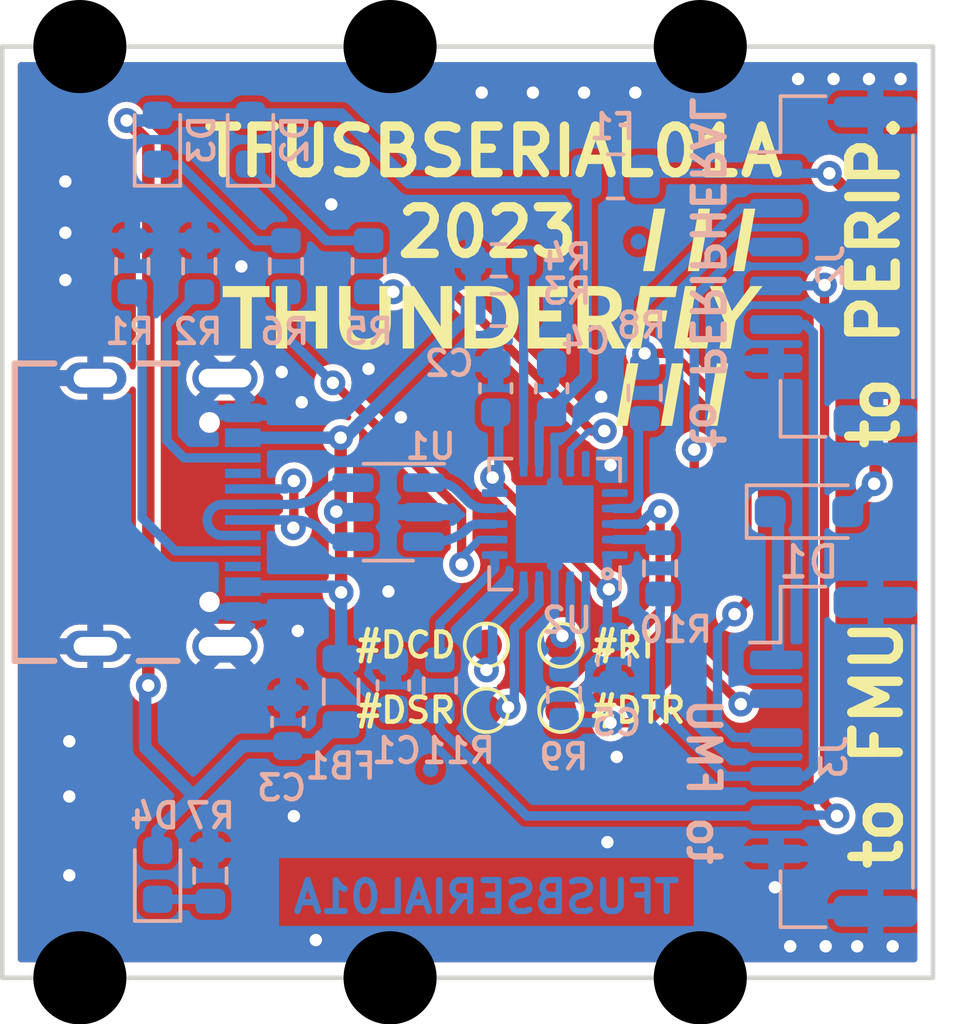
<source format=kicad_pcb>
(kicad_pcb (version 20221018) (generator pcbnew)
  (title_block (title "NAME") (date "%d. %m. %Y") (rev "REV") (company "Mlab www.mlab.cz") (comment 1 "VERSION") (comment 2 "Short description\\nTwo lines are maximum") (comment 3 "nickname <email@example.com>"))
  (layers (0 "F.Cu" signal) (31 "B.Cu" signal) (34 "B.Paste" user) (36 "B.SilkS" user "B.Silkscreen") (37 "F.SilkS" user "F.Silkscreen") (38 "B.Mask" user) (39 "F.Mask" user) (44 "Edge.Cuts" user))
  (net 0 "")
  (net 1 "GND")
  (net 2 "Net-(D1-K)")
  (net 3 "Net-(U2-3V3OUT)")
  (net 4 "Net-(D1-A)")
  (net 5 "/VBUS")
  (net 6 "Net-(D2-K)")
  (net 7 "/D+")
  (net 8 "/D-")
  (net 9 "Net-(D3-K)")
  (net 10 "Net-(J1-CC1)")
  (net 12 "/TXD")
  (net 13 "/RXD")
  (net 14 "/#RTS")
  (net 15 "/#CTS")
  (net 16 "/RXLED{slash}CBUS1")
  (net 17 "/TXLED{slash}CBUS2")
  (net 18 "/DM")
  (net 19 "/DP")
  (net 20 "Net-(J1-CC2)")
  (net 22 "Net-(U2-~{RESET})")
  (net 23 "Net-(U2-TXD)")
  (net 24 "Net-(U2-RXD)")
  (net 25 "Net-(U2-~{RTS})")
  (net 28 "+5V")
  (net 29 "Net-(U2-~{CTS})")
  (net 30 "Net-(D4-K)")
  (net 31 "Net-(U2-~{RI})")
  (net 32 "Net-(U2-~{DSR})")
  (net 33 "Net-(U2-~{DCD})")
  (net 34 "Net-(U2-~{DTR})")
  (footprint "TestPoint:TestPoint_Pad_D1.0mm" (layer "F.Cu") (at 151.2 104.6)
    (fp_text reference "TP3" hide)
    (fp_text value "#DCD")
  )
  (footprint "TestPoint:TestPoint_Pad_D1.0mm" (layer "F.Cu") (at 153.6 106.7)
    (fp_text reference "TP1" hide)
    (fp_text value "#DTR")
  )
  (footprint "Mlab_Mechanical:dira_3mm" (layer "F.Cu") (at 148.094 85.317)
    (fp_text reference "M6" hide)
    (fp_text value "HOLE_TF" hide)
  )
  (footprint "Mlab_Mechanical:dira_3mm" (layer "F.Cu") (at 158.094 115.317)
    (fp_text reference "M2" hide)
    (fp_text value "HOLE_TF" hide)
  )
  (footprint "TestPoint:TestPoint_Pad_D1.0mm" (layer "F.Cu") (at 153.6 104.6)
    (fp_text reference "TP4" hide)
    (fp_text value "#RI")
  )
  (footprint "Mlab_Mechanical:dira_3mm" (layer "F.Cu") (at 138.094 115.317)
    (fp_text reference "M1" hide)
    (fp_text value "HOLE_TF" hide)
  )
  (footprint "Mlab_Mechanical:dira_3mm" (layer "F.Cu") (at 158.094 85.317)
    (fp_text reference "M5" hide)
    (fp_text value "HOLE_TF" hide)
  )
  (footprint "Mlab_Mechanical:dira_3mm" (layer "F.Cu") (at 148.094 115.317)
    (fp_text reference "M4" hide)
    (fp_text value "HOLE_TF" hide)
  )
  (footprint "Mlab_Mechanical:dira_3mm" (layer "F.Cu") (at 138.094 85.317)
    (fp_text reference "M3" hide)
    (fp_text value "HOLE_TF" hide)
  )
  (footprint "TestPoint:TestPoint_Pad_D1.0mm" (layer "F.Cu") (at 151.2 106.7)
    (fp_text reference "TP2" hide)
    (fp_text value "#DSR")
  )
  (footprint "Diode_SMD:D_SOD-323_HandSoldering" (layer "B.Cu") (at 161.6 100.3)
    (fp_text reference "D1")
    (fp_text value "SRL23")
  )
  (footprint "LED_SMD:LED_0603_1608Metric" (layer "B.Cu") (at 140.594 88.317 90)
    (fp_text reference "D3")
    (fp_text value "GREEN")
  )
  (footprint "Capacitor_SMD:C_0603_1608Metric" (layer "B.Cu") (at 155.3 105.1 -90)
    (fp_text reference "C5")
    (fp_text value "100nF")
  )
  (footprint "LED_SMD:LED_0603_1608Metric" (layer "B.Cu") (at 140.6 112 90)
    (fp_text reference "D4")
    (fp_text value "GREEN")
  )
  (footprint "Resistor_SMD:R_0603_1608Metric" (layer "B.Cu") (at 147.405 92.393 -90)
    (fp_text reference "R5")
    (fp_text value "287R")
  )
  (footprint "Resistor_SMD:R_0603_1608Metric" (layer "B.Cu") (at 144.738 92.394 -90)
    (fp_text reference "R6")
    (fp_text value "130R")
  )
  (footprint "Capacitor_SMD:C_0603_1608Metric" (layer "B.Cu") (at 151.5 96.325 90)
    (fp_text reference "C2")
    (fp_text value "100nF")
  )
  (footprint "Resistor_SMD:R_0603_1608Metric" (layer "B.Cu") (at 142.3 112.025 90)
    (fp_text reference "R7")
    (fp_text value "130R")
  )
  (footprint "Inductor_SMD:L_0805_2012Metric" (layer "B.Cu") (at 146.516 106.1 -90)
    (fp_text reference "FB1")
    (fp_text value "BLM21PG300SN1D")
  )
  (footprint "Connector_JST:JST_GH_SM06B-GHS-TB_1x06-1MP_P1.25mm_Horizontal" (layer "B.Cu") (at 162.391 92.4 -90)
    (fp_text reference "J2")
    (fp_text value "SM06B-GHS-TB")
  )
  (footprint "Package_DFN_QFN:QFN-20-1EP_4x4mm_P0.5mm_EP2.5x2.5mm" (layer "B.Cu") (at 153.4 100.7 90)
    (fp_text reference "U2")
    (fp_text value "FT231XQ")
  )
  (footprint "Resistor_SMD:R_0603_1608Metric" (layer "B.Cu") (at 153.7 106.2 -90)
    (fp_text reference "R9")
    (fp_text value "100R")
  )
  (footprint "Resistor_SMD:R_0603_1608Metric" (layer "B.Cu") (at 141.944 92.393 90)
    (fp_text reference "R2")
    (fp_text value "5k1")
  )
  (footprint "Capacitor_SMD:C_0603_1608Metric" (layer "B.Cu") (at 148.2 105.9 90)
    (fp_text reference "C1")
    (fp_text value "10nF")
  )
  (footprint "Capacitor_SMD:C_0603_1608Metric" (layer "B.Cu") (at 144.8 107.075 90)
    (fp_text reference "C3")
    (fp_text value "10uF")
  )
  (footprint "Mlab_CON:USBC GCT_USB4105-GF-A" (layer "B.Cu") (at 138.5912 100.317 90)
    (fp_text reference "J1" hide)
    (fp_text value "USBC_USB4105-GF-A" hide)
  )
  (footprint "Package_TO_SOT_SMD:SOT-23-6" (layer "B.Cu") (at 148.0375 100.317 180)
    (fp_text reference "U1")
    (fp_text value "USBLC6-2SC6")
  )
  (footprint "Fuse:Fuse_0805_2012Metric" (layer "B.Cu") (at 155.3625 89.5)
    (fp_text reference "F1")
    (fp_text value "350mA")
  )
  (footprint "Resistor_SMD:R_0603_1608Metric" (layer "B.Cu") (at 156.8 102.125 -90)
    (fp_text reference "R10")
    (fp_text value "100R")
  )
  (footprint "Resistor_SMD:R_0603_1608Metric" (layer "B.Cu") (at 139.785 92.393 90)
    (fp_text reference "R1")
    (fp_text value "5k1")
  )
  (footprint "Resistor_SMD:R_0603_1608Metric" (layer "B.Cu") (at 149.7 105.9 -90)
    (fp_text reference "R11")
    (fp_text value "100R")
  )
  (footprint "Capacitor_SMD:C_0603_1608Metric" (layer "B.Cu") (at 153.3 96.325 90)
    (fp_text reference "C4")
    (fp_text value "100nF")
  )
  (footprint "Resistor_SMD:R_0603_1608Metric" (layer "B.Cu") (at 151.596 93.8)
    (fp_text reference "R3")
    (fp_text value "4k7")
  )
  (footprint "LED_SMD:LED_0603_1608Metric" (layer "B.Cu") (at 143.594 88.317 90)
    (fp_text reference "D2")
    (fp_text value "RED")
  )
  (footprint "Resistor_SMD:R_0603_1608Metric" (layer "B.Cu") (at 156.3 96.475 90)
    (fp_text reference "R8")
    (fp_text value "100R")
  )
  (footprint "Connector_JST:JST_GH_SM06B-GHS-TB_1x06-1MP_P1.25mm_Horizontal" (layer "B.Cu") (at 162.391 108.2 -90)
    (fp_text reference "J3")
    (fp_text value "SM06B-GHS-TB")
  )
  (footprint "Fiducial:Fiducial_0.5mm_Mask1mm" (layer "B.Cu") (at 149.4 108.6 180)
    (fp_text reference "FID1" hide)
    (fp_text value "Fiducial")
  )
  (footprint "Resistor_SMD:R_0603_1608Metric" (layer "B.Cu") (at 151.596 92.203 180)
    (fp_text reference "R4")
    (fp_text value "10k")
  )
  (footprint "Fiducial:Fiducial_0.5mm_Mask1mm" (layer "B.Cu") (at 156.1 91.6 180)
    (fp_text reference "FID2" hide)
    (fp_text value "Fiducial")
  )
  (gr_circle (center 155.1 102.3) (end 155.2 102.4) (stroke (width 0.15)) (fill none) (layer "B.SilkS"))
  (gr_poly (pts (xy 155.746561 97.535119) (xy 155.378577 97.535119) (xy 155.73222 95.522529) (xy 156.100204 95.522529)) (fill solid) (layer "F.SilkS"))
  (gr_poly (pts (xy 158.644224 97.535119) (xy 158.276242 97.535119) (xy 158.629884 95.522529) (xy 158.997919 95.522529)) (fill solid) (layer "F.SilkS"))
  (gr_poly (pts (xy 159.113751 93.837567) (xy 159.711815 93.032547) (xy 160.102816 93.032547) (xy 159.234559 94.153887) (xy 159.076338 95.04512) (xy 158.711267 95.04512) (xy 158.866525 94.153887) (xy 158.866526 94.153887) (xy 158.394985 93.032547) (xy 158.786038 93.032547)) (fill solid) (layer "F.SilkS"))
  (gr_poly (pts (xy 151.281112 93.033018) (xy 151.316323 93.034434) (xy 151.351052 93.036794) (xy 151.385298 93.040097) (xy 151.41906 93.044344) (xy 151.452341 93.049535) (xy 151.485139 93.05567) (xy 151.517454 93.062749) (xy 151.549288 93.070771) (xy 151.580641 93.079737) (xy 151.611512 93.089647) (xy 151.641902 93.100501) (xy 151.671811 93.112299) (xy 151.701239 93.125041) (xy 151.730187 93.138726) (xy 151.758655 93.153355) (xy 151.786476 93.168862) (xy 151.813521 93.185202) (xy 151.839791 93.202373) (xy 151.865286 93.220377) (xy 151.890007 93.239212) (xy 151.913953 93.258878) (xy 151.937124 93.279375) (xy 151.95952 93.300704) (xy 151.981142 93.322863) (xy 152.00199 93.345853) (xy 152.022063 93.369672) (xy 152.041361 93.394322) (xy 152.059886 93.419802) (xy 152.077636 93.446111) (xy 152.094613 93.47325) (xy 152.110815 93.501218) (xy 152.126137 93.52994) (xy 152.140469 93.559313) (xy 152.153814 93.589335) (xy 152.16617 93.620007) (xy 152.177537 93.651329) (xy 152.187916 93.683303) (xy 152.197307 93.715927) (xy 152.205709 93.749202) (xy 152.213122 93.783128) (xy 152.219547 93.817705) (xy 152.224984 93.852934) (xy 152.229432 93.888814) (xy 152.232892 93.925347) (xy 152.235363 93.962531) (xy 152.236846 94.000368) (xy 152.23734 94.038857) (xy 152.236846 94.077337) (xy 152.235363 94.115168) (xy 152.232892 94.152349) (xy 152.229432 94.188881) (xy 152.224984 94.224763) (xy 152.219547 94.259995) (xy 152.213122 94.294576) (xy 152.205709 94.328507) (xy 152.197307 94.361787) (xy 152.187916 94.394415) (xy 152.177537 94.426393) (xy 152.16617 94.457719) (xy 152.153814 94.488392) (xy 152.140469 94.518414) (xy 152.126137 94.547784) (xy 152.110815 94.576501) (xy 152.094613 94.604482) (xy 152.077637 94.63163) (xy 152.059886 94.657946) (xy 152.041362 94.683429) (xy 152.022063 94.708081) (xy 152.00199 94.7319) (xy 151.981143 94.754887) (xy 151.959521 94.777043) (xy 151.937124 94.798367) (xy 151.913953 94.81886) (xy 151.890007 94.838521) (xy 151.865286 94.857351) (xy 151.839791 94.87535) (xy 151.813521 94.892519) (xy 151.786476 94.908857) (xy 151.758655 94.924364) (xy 151.730187 94.938995) (xy 151.701239 94.952681) (xy 151.671811 94.965421) (xy 151.641902 94.977216) (xy 151.611512 94.988067) (xy 151.580641 94.997972) (xy 151.549288 95.006933) (xy 151.517454 95.01495) (xy 151.485139 95.022023) (xy 151.452341 95.028152) (xy 151.41906 95.033338) (xy 151.385298 95.03758) (xy 151.351052 95.040879) (xy 151.316323 95.043235) (xy 151.281112 95.044649) (xy 151.245416 95.04512) (xy 150.492201 95.04512) (xy 150.492201 93.360349) (xy 150.860182 93.360349) (xy 150.860182 94.71737) (xy 151.245416 94.71737) (xy 151.28082 94.716669) (xy 151.315157 94.714565) (xy 151.348428 94.711057) (xy 151.380632 94.706146) (xy 151.411769 94.699832) (xy 151.44184 94.692113) (xy 151.470844 94.68299) (xy 151.498781 94.672462) (xy 151.525652 94.66053) (xy 151.551456 94.647192) (xy 151.576194 94.632449) (xy 151.599865 94.6163) (xy 151.62247 94.598744) (xy 151.644008 94.579783) (xy 151.664479 94.559414) (xy 151.683884 94.537639) (xy 151.702157 94.514641) (xy 151.719253 94.490551) (xy 151.735171 94.46537) (xy 151.749912 94.439098) (xy 151.763474 94.411735) (xy 151.775859 94.383282) (xy 151.787065 94.35374) (xy 151.797092 94.323107) (xy 151.805941 94.291385) (xy 151.813611 94.258574) (xy 151.820101 94.224675) (xy 151.825412 94.189687) (xy 151.829543 94.153611) (xy 151.832494 94.116447) (xy 151.834264 94.078195) (xy 151.834855 94.038857) (xy 151.834264 93.999508) (xy 151.832494 93.961249) (xy 151.829543 93.924079) (xy 151.825412 93.887998) (xy 151.820101 93.853007) (xy 151.813611 93.819105) (xy 151.805941 93.786292) (xy 151.797092 93.754569) (xy 151.787065 93.723936) (xy 151.775859 93.694392) (xy 151.763474 93.665938) (xy 151.749912 93.638574) (xy 151.735171 93.6123) (xy 151.719253 93.587115) (xy 151.702157 93.563021) (xy 151.683884 93.540017) (xy 151.664479 93.518269) (xy 151.644008 93.497923) (xy 151.62247 93.478978) (xy 151.599865 93.461435) (xy 151.576194 93.445294) (xy 151.551456 93.430556) (xy 151.525652 93.41722) (xy 151.498781 93.405286) (xy 151.470844 93.394756) (xy 151.44184 93.385629) (xy 151.411769 93.377905) (xy 151.380632 93.371586) (xy 151.348428 93.36667) (xy 151.315157 93.363158) (xy 151.28082 93.361051) (xy 151.245416 93.360349) (xy 150.860182 93.360349) (xy 150.492201 93.360349) (xy 150.492201 93.032547) (xy 151.245416 93.032547)) (fill solid) (layer "F.SilkS"))
  (gr_poly (pts (xy 156.614393 92.551004) (xy 156.24641 92.551004) (xy 156.6 90.538425) (xy 156.968036 90.538425)) (fill solid) (layer "F.SilkS"))
  (gr_poly (pts (xy 157.680189 94.688637) (xy 158.374772 94.688637) (xy 158.311538 95.04512) (xy 157.248972 95.04512) (xy 157.602667 93.032547) (xy 157.970648 93.032547)) (fill solid) (layer "F.SilkS"))
  (gr_poly (pts (xy 144.779508 93.828947) (xy 145.69949 93.828947) (xy 145.69949 93.032547) (xy 146.067552 93.032547) (xy 146.067552 95.04512) (xy 145.69949 95.04512) (xy 145.69949 94.17398) (xy 144.779508 94.17398) (xy 144.779508 95.04512) (xy 144.411531 95.04512) (xy 144.411531 93.032547) (xy 144.779508 93.032547)) (fill solid) (layer "F.SilkS"))
  (gr_poly (pts (xy 158.05616 92.551004) (xy 157.688124 92.551004) (xy 158.04182 90.538425) (xy 158.409803 90.538425)) (fill solid) (layer "F.SilkS"))
  (gr_poly (pts (xy 157.294267 93.389078) (xy 156.471942 93.389078) (xy 156.394366 93.817475) (xy 157.032649 93.817475) (xy 156.969361 94.17398) (xy 156.331077 94.17398) (xy 156.178731 95.04512) (xy 155.810695 95.04512) (xy 156.16439 93.032547) (xy 157.357502 93.032547)) (fill solid) (layer "F.SilkS"))
  (gr_poly (pts (xy 149.722898 94.33211) (xy 149.722898 93.032547) (xy 150.09088 93.032547) (xy 150.09088 95.04512) (xy 149.788991 95.04512) (xy 148.868981 93.665133) (xy 148.868981 95.04512) (xy 148.500999 95.04512) (xy 148.500999 93.032547) (xy 148.863214 93.032547)) (fill solid) (layer "F.SilkS"))
  (gr_poly (pts (xy 154.91028 93.033148) (xy 154.94892 93.034952) (xy 154.986497 93.037959) (xy 155.023012 93.042169) (xy 155.058462 93.047581) (xy 155.092848 93.054195) (xy 155.126169 93.062012) (xy 155.158424 93.07103) (xy 155.189614 93.08125) (xy 155.219737 93.092672) (xy 155.248793 93.105295) (xy 155.276781 93.119119) (xy 155.303701 93.134145) (xy 155.329553 93.150372) (xy 155.354335 93.167799) (xy 155.378047 93.186428) (xy 155.40051 93.206226) (xy 155.421523 93.227182) (xy 155.441086 93.249296) (xy 155.4592 93.272568) (xy 155.475864 93.296998) (xy 155.491079 93.322586) (xy 155.504844 93.349331) (xy 155.51716 93.377233) (xy 155.528026 93.406292) (xy 155.537443 93.436508) (xy 155.545412 93.467881) (xy 155.551931 93.50041) (xy 155.557002 93.534096) (xy 155.560623 93.568937) (xy 155.562796 93.604935) (xy 155.563521 93.642088) (xy 155.563171 93.668028) (xy 155.562125 93.693373) (xy 155.56038 93.718122) (xy 155.557938 93.742275) (xy 155.554799 93.765833) (xy 155.550964 93.788795) (xy 155.546432 93.811162) (xy 155.541204 93.832933) (xy 155.53528 93.854109) (xy 155.528661 93.874689) (xy 155.521346 93.894674) (xy 155.513337 93.914064) (xy 155.504633 93.932858) (xy 155.495234 93.951058) (xy 155.485142 93.968662) (xy 155.474356 93.985671) (xy 155.462913 94.002168) (xy 155.450888 94.018251) (xy 155.438281 94.033919) (xy 155.425092 94.049173) (xy 155.411321 94.064012) (xy 155.396967 94.078436) (xy 155.382031 94.092444) (xy 155.366512 94.106038) (xy 155.35041 94.119216) (xy 155.333725 94.131979) (xy 155.316457 94.144325) (xy 155.298605 94.156256) (xy 155.28017 94.167771) (xy 155.261151 94.17887) (xy 155.241548 94.189553) (xy 155.221362 94.199819) (xy 155.675651 95.04512) (xy 155.264436 95.04512) (xy 154.876291 94.297593) (xy 154.502595 94.297593) (xy 154.502595 95.04512) (xy 154.134559 95.04512) (xy 154.134559 93.340193) (xy 154.502596 93.340193) (xy 154.502596 93.989972) (xy 154.772788 93.989972) (xy 154.821884 93.988692) (xy 154.867812 93.984849) (xy 154.910572 93.978445) (xy 154.950163 93.969481) (xy 154.96877 93.964038) (xy 154.986586 93.957955) (xy 155.003609 93.951232) (xy 155.019841 93.943869) (xy 155.03528 93.935866) (xy 155.049928 93.927223) (xy 155.063783 93.91794) (xy 155.076847 93.908017) (xy 155.089119 93.897453) (xy 155.100599 93.88625) (xy 155.111287 93.874408) (xy 155.121183 93.861925) (xy 155.130287 93.848803) (xy 155.1386 93.83504) (xy 155.146121 93.820638) (xy 155.15285 93.805597) (xy 155.158787 93.789915) (xy 155.163933 93.773594) (xy 155.168287 93.756634) (xy 155.171849 93.739034) (xy 155.17462 93.720794) (xy 155.176599 93.701915) (xy 155.177786 93.682396) (xy 155.178182 93.662238) (xy 155.177822 93.64277) (xy 155.176744 93.623897) (xy 155.174946 93.60562) (xy 155.172429 93.587939) (xy 155.169194 93.570852) (xy 155.16524 93.554361) (xy 155.160568 93.538465) (xy 155.155177 93.523164) (xy 155.149068 93.508457) (xy 155.142242 93.494345) (xy 155.134698 93.480828) (xy 155.126436 93.467905) (xy 155.117456 93.455575) (xy 155.10776 93.44384) (xy 155.097346 93.432698) (xy 155.086215 93.42215) (xy 155.074266 93.412227) (xy 155.061418 93.402944) (xy 155.04767 93.3943) (xy 155.033024 93.386297) (xy 155.017479 93.378934) (xy 155.001035 93.372211) (xy 154.983693 93.366128) (xy 154.965452 93.360685) (xy 154.946312 93.355882) (xy 154.926274 93.35172) (xy 154.905338 93.348198) (xy 154.883503 93.345316) (xy 154.86077 93.343075) (xy 154.837139 93.341474) (xy 154.81261 93.340513) (xy 154.787183 93.340193) (xy 154.502596 93.340193) (xy 154.134559 93.340193) (xy 154.134559 93.032547) (xy 154.870577 93.032547)) (fill solid) (layer "F.SilkS"))
  (gr_poly (pts (xy 159.513591 92.551004) (xy 159.145608 92.551004) (xy 159.499197 90.538425) (xy 159.867286 90.538425)) (fill solid) (layer "F.SilkS"))
  (gr_poly (pts (xy 146.818514 94.087741) (xy 146.819098 94.139117) (xy 146.820847 94.188288) (xy 146.823764 94.235253) (xy 146.827848 94.280014) (xy 146.8331 94.32257) (xy 146.839519 94.362922) (xy 146.847107 94.401069) (xy 146.855863 94.437013) (xy 146.860786 94.454212) (xy 146.866215 94.470925) (xy 146.872149 94.487154) (xy 146.87859 94.502898) (xy 146.885537 94.518157) (xy 146.89299 94.532933) (xy 146.900949 94.547224) (xy 146.909414 94.561032) (xy 146.918385 94.574357) (xy 146.927862 94.587198) (xy 146.937846 94.599557) (xy 146.948336 94.611433) (xy 146.959333 94.622828) (xy 146.970836 94.63374) (xy 146.982845 94.64417) (xy 146.995362 94.65412) (xy 147.008443 94.663514) (xy 147.022188 94.672303) (xy 147.036597 94.680487) (xy 147.051669 94.688065) (xy 147.067405 94.695038) (xy 147.083806 94.701405) (xy 147.10087 94.707166) (xy 147.118598 94.712322) (xy 147.13699 94.716871) (xy 147.156047 94.720814) (xy 147.175768 94.724151) (xy 147.196153 94.726882) (xy 147.217203 94.729006) (xy 147.238917 94.730523) (xy 147.261296 94.731434) (xy 147.284339 94.731737) (xy 147.307346 94.731434) (xy 147.329694 94.730523) (xy 147.351383 94.729006) (xy 147.372412 94.726882) (xy 147.39278 94.724151) (xy 147.412489 94.720814) (xy 147.431536 94.716871) (xy 147.449922 94.712322) (xy 147.467647 94.707166) (xy 147.484709 94.701405) (xy 147.501109 94.695038) (xy 147.516846 94.688065) (xy 147.53192 94.680487) (xy 147.54633 94.672303) (xy 147.560076 94.663514) (xy 147.573158 94.65412) (xy 147.585666 94.644171) (xy 147.59767 94.63374) (xy 147.60917 94.622828) (xy 147.620165 94.611434) (xy 147.630655 94.599557) (xy 147.640641 94.587198) (xy 147.650121 94.574357) (xy 147.659095 94.561032) (xy 147.667563 94.547224) (xy 147.675525 94.532933) (xy 147.68298 94.518157) (xy 147.689929 94.502898) (xy 147.69637 94.487154) (xy 147.702303 94.470925) (xy 147.707729 94.454212) (xy 147.712646 94.437013) (xy 147.721407 94.401069) (xy 147.728998 94.362922) (xy 147.73542 94.32257) (xy 147.740673 94.280014) (xy 147.744757 94.235254) (xy 147.747674 94.188288) (xy 147.749423 94.139117) (xy 147.750006 94.087741) (xy 147.750006 93.032547) (xy 148.117989 93.032547) (xy 148.117989 94.182621) (xy 148.117169 94.234734) (xy 148.11471 94.285421) (xy 148.110611 94.334683) (xy 148.104874 94.382519) (xy 148.097497 94.428928) (xy 148.088482 94.473912) (xy 148.077828 94.51747) (xy 148.065535 94.559602) (xy 148.051604 94.600309) (xy 148.036035 94.639589) (xy 148.018828 94.677443) (xy 147.999983 94.713871) (xy 147.9795 94.748873) (xy 147.95738 94.782449) (xy 147.933622 94.814599) (xy 147.908227 94.845322) (xy 147.881178 94.874387) (xy 147.852536 94.901576) (xy 147.822301 94.926891) (xy 147.790474 94.950331) (xy 147.757055 94.971895) (xy 147.722043 94.991585) (xy 147.685439 95.009399) (xy 147.647242 95.025339) (xy 147.607453 95.039403) (xy 147.566071 95.051592) (xy 147.523097 95.061906) (xy 147.47853 95.070345) (xy 147.432371 95.076909) (xy 147.38462 95.081597) (xy 147.335276 95.08441) (xy 147.284339 95.085347) (xy 147.233374 95.08441) (xy 147.184005 95.081597) (xy 147.13623 95.076909) (xy 147.090051 95.070345) (xy 147.045467 95.061906) (xy 147.002479 95.051592) (xy 146.961086 95.039403) (xy 146.921289 95.025339) (xy 146.883087 95.009399) (xy 146.846482 94.991585) (xy 146.811472 94.971895) (xy 146.778058 94.950331) (xy 146.74624 94.926891) (xy 146.716018 94.901576) (xy 146.687392 94.874387) (xy 146.660362 94.845322) (xy 146.634948 94.814599) (xy 146.611174 94.782449) (xy 146.58904 94.748873) (xy 146.568546 94.713871) (xy 146.549692 94.677443) (xy 146.532478 94.639589) (xy 146.516904 94.600309) (xy 146.50297 94.559602) (xy 146.490675 94.51747) (xy 146.48002 94.473912) (xy 146.471005 94.428928) (xy 146.463628 94.382519) (xy 146.457892 94.334683) (xy 146.453794 94.285421) (xy 146.451335 94.234734) (xy 146.450516 94.182621) (xy 146.450516 93.032547) (xy 146.818514 93.032547)) (fill solid) (layer "F.SilkS"))
  (gr_poly (pts (xy 144.205135 93.389078) (xy 143.635847 93.389078) (xy 143.635847 95.04512) (xy 143.267827 95.04512) (xy 143.267827 93.389078) (xy 142.69856 93.389078) (xy 142.69856 93.032547) (xy 144.205135 93.032547)) (fill solid) (layer "F.SilkS"))
  (gr_poly (pts (xy 153.814838 93.389078) (xy 152.903454 93.389078) (xy 152.903454 93.817475) (xy 153.610737 93.817475) (xy 153.610737 94.17398) (xy 152.903454 94.17398) (xy 152.903454 94.688637) (xy 153.843677 94.688637) (xy 153.843677 95.04512) (xy 152.526845 95.04512) (xy 152.526845 93.032547) (xy 153.814838 93.032547)) (fill solid) (layer "F.SilkS"))
  (gr_poly (pts (xy 157.188593 97.535119) (xy 156.820609 97.535119) (xy 157.174252 95.522529) (xy 157.542289 95.522529)) (fill solid) (layer "F.SilkS"))
  (gr_line (start 135.594 85.317) (end 135.594 115.317) (stroke (width 0.15)) (layer "Edge.Cuts"))
  (gr_line (start 165.594 115.317) (end 165.594 85.317) (stroke (width 0.15)) (layer "Edge.Cuts"))
  (gr_line (start 135.594 115.317) (end 165.594 115.317) (stroke (width 0.15)) (layer "Edge.Cuts"))
  (gr_line (start 165.594 85.317) (end 135.594 85.317) (stroke (width 0.15)) (layer "Edge.Cuts"))
  (gr_text "TFUSBSERIAL01A\n" (at 151.2 113.3) (layer "B.Cu") (effects (font (size 1 1) (thickness 0.2) bold) (justify bottom mirror)))
  (gr_text "to PERIPHERAL" (at 158.3 92.6 270) (layer "B.SilkS") (effects (font (size 1 1) (thickness 0.2) bold) (justify mirror)))
  (gr_text "to FMU" (at 158.2 109 270) (layer "B.SilkS") (effects (font (size 1 1) (thickness 0.2) bold) (justify mirror)))
  (gr_text "to FMU" (at 163.8 107.8 90) (layer "F.SilkS") (effects (font (size 1.5 1.5) (thickness 0.3))))
  (gr_text "to PERIP." (at 163.7 92.9 90) (layer "F.SilkS") (effects (font (size 1.5 1.5) (thickness 0.3))))
  (gr_text "TFUSBSERIAL01A" (at 151.431077 88.7) (layer "F.SilkS") (effects (font (size 1.5 1.5) (thickness 0.3))))
  (gr_text "2023" (at 151.231077 91.3) (layer "F.SilkS") (effects (font (size 1.5 1.5) (thickness 0.3))))
  (via (at 148.04 102.871) (size 0.8) (drill 0.4) (layers "F.Cu" "B.Cu") (net 1))
  (via (at 151.047 86.8) (size 0.8) (drill 0.4) (layers "F.Cu" "B.Cu") (net 1))
  (via (at 162.391 86.361) (size 0.8) (drill 0.4) (layers "F.Cu" "B.Cu") (net 1))
  (via (at 137.626 89.663) (size 0.8) (drill 0.4) (layers "F.Cu" "B.Cu") (net 1))
  (via (at 160.5 112.4) (size 0.8) (drill 0.4) (layers "F.Cu" "B.Cu") (net 1))
  (via (at 144.6 95.8) (size 0.8) (drill 0.4) (layers "F.Cu" "B.Cu") (net 1))
  (via (at 154.349 86.8) (size 0.8) (drill 0.4) (layers "F.Cu" "B.Cu") (net 1))
  (via (at 163.153 114.301) (size 0.8) (drill 0.4) (layers "F.Cu" "B.Cu") (net 1))
  (via (at 163.534 86.361) (size 0.8) (drill 0.4) (layers "F.Cu" "B.Cu") (net 1))
  (via (at 155.4 108.2) (size 0.8) (drill 0.4) (layers "F.Cu" "B.Cu") (net 1))
  (via (at 137.753 112.015) (size 0.8) (drill 0.4) (layers "F.Cu" "B.Cu") (net 1))
  (via (at 164.55 86.361) (size 0.8) (drill 0.4) (layers "F.Cu" "B.Cu") (net 1))
  (via (at 137.753 107.697) (size 0.8) (drill 0.4) (layers "F.Cu" "B.Cu") (net 1))
  (via (at 145.246 96.775) (size 0.8) (drill 0.4) (layers "F.Cu" "B.Cu") (net 1))
  (via (at 137.626 92.838) (size 0.8) (drill 0.4) (layers "F.Cu" "B.Cu") (net 1))
  (via (at 148.441809 97.259855) (size 0.8) (drill 0.4) (layers "F.Cu" "B.Cu") (net 1))
  (via (at 156 86.8) (size 0.8) (drill 0.4) (layers "F.Cu" "B.Cu") (net 1))
  (via (at 155.1 110.9472) (size 0.8) (drill 0.4) (layers "F.Cu" "B.Cu") (net 1))
  (via (at 145.119 104.141) (size 0.8) (drill 0.4) (layers "F.Cu" "B.Cu") (net 1))
  (via (at 146.2 90.4) (size 0.8) (drill 0.4) (layers "F.Cu" "B.Cu") (net 1))
  (via (at 154.9 96.6) (size 0.8) (drill 0.4) (layers "F.Cu" "B.Cu") (net 1))
  (via (at 160.994 114.301) (size 0.8) (drill 0.4) (layers "F.Cu" "B.Cu") (net 1))
  (via (at 144.992 110.11) (size 0.8) (drill 0.4) (layers "F.Cu" "B.Cu") (net 1))
  (via (at 152.698 86.8) (size 0.8) (drill 0.4) (layers "F.Cu" "B.Cu") (net 1))
  (via (at 137.753 109.475) (size 0.8) (drill 0.4) (layers "F.Cu" "B.Cu") (net 1))
  (via (at 155.2 98.8) (size 0.8) (drill 0.4) (layers "F.Cu" "B.Cu") (net 1))
  (via (at 145.7 114.1) (size 0.8) (drill 0.4) (layers "F.Cu" "B.Cu") (net 1))
  (via (at 137.626 91.314) (size 0.8) (drill 0.4) (layers "F.Cu" "B.Cu") (net 1))
  (via (at 162.137 114.301) (size 0.8) (drill 0.4) (layers "F.Cu" "B.Cu") (net 1))
  (via (at 161.248 86.361) (size 0.8) (drill 0.4) (layers "F.Cu" "B.Cu") (net 1))
  (via (at 164.296 114.301) (size 0.8) (drill 0.4) (layers "F.Cu" "B.Cu") (net 1))
  (via (at 143.3 92.4) (size 0.8) (drill 0.4) (layers "F.Cu" "B.Cu") (net 1))
  (via (at 147.4 95.7) (size 0.8) (drill 0.4) (layers "F.Cu" "B.Cu") (net 1))
  (segment (start 152.9605 101.317) (end 152.9605 101.3895) (width 0.2) (layer "B.Cu") (net 1))
  (segment (start 160.6 104.858) (end 160.6 100.55) (width 0.4) (layer "B.Cu") (net 2))
  (segment (start 160.6 105.016) (end 160.541 105.075) (width 0.5) (layer "B.Cu") (net 2))
  (segment (start 160.6 100.55) (end 160.35 100.3) (width 0.4) (layer "B.Cu") (net 2))
  (segment (start 151.4 99.2) (end 155 102.8) (width 0.3) (layer "F.Cu") (net 3))
  (segment (start 155 102.8) (end 155.1495 102.8) (width 0.3) (layer "F.Cu") (net 3))
  (via (at 151.4 99.2) (size 0.8) (drill 0.4) (layers "F.Cu" "B.Cu") (net 3))
  (via (at 155.1495 102.8) (size 0.8) (drill 0.4) (layers "F.Cu" "B.Cu") (net 3))
  (segment (start 151.6 99.621) (end 151.6 97.2) (width 0.3) (layer "B.Cu") (net 3))
  (segment (start 155.1 101.8) (end 155.1 103.9875) (width 0.3) (layer "B.Cu") (net 3))
  (segment (start 151.4 99.2) (end 151.342 99.142) (width 0.3) (layer "B.Cu") (net 3))
  (segment (start 162.255 89.4) (end 163.748511 90.893511) (width 0.4) (layer "F.Cu") (net 4))
  (segment (start 163.748511 90.893511) (end 163.748511 99.351489) (width 0.4) (layer "F.Cu") (net 4))
  (segment (start 163.748511 99.351489) (end 163.7 99.4) (width 0.4) (layer "F.Cu") (net 4))
  (via (at 162.255 89.4) (size 0.8) (drill 0.4) (layers "F.Cu" "B.Cu") (net 4))
  (via (at 163.7 99.4) (size 0.8) (drill 0.4) (layers "F.Cu" "B.Cu") (net 4))
  (segment (start 162.85 100.25) (end 163.7 99.4) (width 0.5) (layer "B.Cu") (net 4))
  (segment (start 162.255 89.4) (end 156.4 89.4) (width 0.3) (layer "B.Cu") (net 4))
  (segment (start 162.85 100.3) (end 162.85 100.25) (width 0.5) (layer "B.Cu") (net 4))
  (segment (start 156.4 89.4) (end 156.3 89.5) (width 0.3) (layer "B.Cu") (net 4))
  (segment (start 146.35994 100.300014) (end 146.5 100.159954) (width 0.4) (layer "F.Cu") (net 5))
  (segment (start 146.35994 100.300014) (end 146.516 100.456074) (width 0.4) (layer "F.Cu") (net 5))
  (segment (start 146.516 100.456074) (end 146.516 102.9) (width 0.4) (layer "F.Cu") (net 5))
  (segment (start 146.5 100.159954) (end 146.5 97.917) (width 0.4) (layer "F.Cu") (net 5))
  (via (at 146.516 102.9) (size 0.8) (drill 0.4) (layers "F.Cu" "B.Cu") (net 5))
  (via (at 146.35994 100.300014) (size 0.8) (drill 0.4) (layers "F.Cu" "B.Cu") (net 5))
  (via (at 146.5 97.917) (size 0.8) (drill 0.4) (layers "F.Cu" "B.Cu") (net 5))
  (segment (start 146.333 102.717) (end 143.3462 102.717) (width 0.4) (layer "B.Cu") (net 5))
  (segment (start 146.654 97.917) (end 150.771 93.8) (width 0.4) (layer "B.Cu") (net 5))
  (segment (start 146.516 102.9) (end 146.333 102.717) (width 0.4) (layer "B.Cu") (net 5))
  (segment (start 146.5 97.917) (end 143.3462 97.917) (width 0.4) (layer "B.Cu") (net 5))
  (segment (start 147.875 106.675) (end 148.2 106.675) (width 0.3) (layer "B.Cu") (net 5))
  (segment (start 146.516 105.316) (end 147.875 106.675) (width 0.3) (layer "B.Cu") (net 5))
  (segment (start 146.516 105.0375) (end 146.516 105.316) (width 0.3) (layer "B.Cu") (net 5))
  (segment (start 146.516 104.903) (end 146.516 102.9) (width 0.4) (layer "B.Cu") (net 5))
  (segment (start 146.5 97.917) (end 146.654 97.917) (width 0.4) (layer "B.Cu") (net 5))
  (segment (start 146.0325 91.568) (end 147.405 91.568) (width 0.3) (layer "B.Cu") (net 6))
  (segment (start 143.594 89.1295) (end 146.0325 91.568) (width 0.3) (layer "B.Cu") (net 6))
  (segment (start 144.99119 100.79931) (end 144.974 100.8165) (width 0.3) (layer "F.Cu") (net 7))
  (segment (start 144.99119 99.310863) (end 144.99119 100.79931) (width 0.3) (layer "F.Cu") (net 7))
  (via (at 144.99119 99.310863) (size 0.8) (drill 0.4) (layers "F.Cu" "B.Cu") (net 7))
  (via (at 144.974 100.8165) (size 0.8) (drill 0.4) (layers "F.Cu" "B.Cu") (net 7))
  (segment (start 143.3462 100.567) (end 145.01 100.567) (width 0.3) (layer "B.Cu") (net 7))
  (segment (start 144.735053 99.567) (end 143.3462 99.567) (width 0.3) (layer "B.Cu") (net 7))
  (segment (start 145.968911 100.968911) (end 146.067007 101.067018) (width 0.3) (layer "B.Cu") (net 7))
  (segment (start 144.974 100.8165) (end 144.974 100.603) (width 0.3) (layer "B.Cu") (net 7))
  (segment (start 144.974 100.603) (end 145.01 100.567) (width 0.3) (layer "B.Cu") (net 7))
  (segment (start 146.9 101.267) (end 146.549771 101.267) (width 0.3) (layer "B.Cu") (net 7))
  (segment (start 144.99119 99.310863) (end 144.735053 99.567) (width 0.3) (layer "B.Cu") (net 7))
  (segment (start 145.968911 100.968911) (end 145.960909 100.960909) (width 0.3) (layer "B.Cu") (net 7))
  (arc (start 145.01 100.567) (mid 145.524646 100.669402) (end 145.960909 100.960909) (width 0.3) (layer "B.Cu") (net 7))
  (arc (start 146.549771 101.267) (mid 146.288498 101.215026) (end 146.067007 101.067018) (width 0.3) (layer "B.Cu") (net 7))
  (segment (start 142.7 101.067) (end 143.3462 101.067) (width 0.3) (layer "B.Cu") (net 8))
  (segment (start 146.698 99.367) (end 146.591952 99.367) (width 0.3) (layer "B.Cu") (net 8))
  (segment (start 143.3462 100.067) (end 142.7 100.067) (width 0.3) (layer "B.Cu") (net 8))
  (segment (start 144.901917 100.067) (end 143.3462 100.067) (width 0.3) (layer "B.Cu") (net 8))
  (segment (start 147.041 99.508) (end 146.9 99.367) (width 0.3) (layer "B.Cu") (net 8))
  (arc (start 142.7 101.067) (mid 142.346447 100.920553) (end 142.2 100.567) (width 0.3) (layer "B.Cu") (net 8))
  (arc (start 142.2 100.567) (mid 142.346447 100.213447) (end 142.7 100.067) (width 0.3) (layer "B.Cu") (net 8))
  (arc (start 146.591952 99.367) (mid 146.260323 99.432965) (end 145.979182 99.620818) (width 0.3) (layer "B.Cu") (net 8))
  (arc (start 144.901917 100.067) (mid 145.484962 99.951025) (end 145.979182 99.620818) (width 0.3) (layer "B.Cu") (net 8))
  (segment (start 144.738 91.569) (end 143.769 91.569) (width 0.3) (layer "B.Cu") (net 9))
  (segment (start 143.769 91.569) (end 141.3295 89.1295) (width 0.3) (layer "B.Cu") (net 9))
  (segment (start 141.3295 89.1295) (end 140.594 89.1295) (width 0.3) (layer "B.Cu") (net 9))
  (segment (start 139.785 93.218) (end 139.785 93.346) (width 0.3) (layer "B.Cu") (net 10))
  (segment (start 139.785 93.346) (end 140.1 93.661) (width 0.3) (layer "B.Cu") (net 10))
  (segment (start 140.1 93.661) (end 140.1 100.5) (width 0.3) (layer "B.Cu") (net 10))
  (segment (start 139.94072 93.37372) (end 139.785 93.218) (width 0.3) (layer "B.Cu") (net 10))
  (segment (start 140.1 100.5) (end 141.167 101.567) (width 0.3) (layer "B.Cu") (net 10))
  (segment (start 141.167 101.567) (end 143.3462 101.567) (width 0.3) (layer "B.Cu") (net 10))
  (segment (start 159.6 97.6) (end 157.2 95.2) (width 0.3) (layer "F.Cu") (net 12))
  (segment (start 159.2 103.6) (end 159.6 103.2) (width 0.3) (layer "F.Cu") (net 12))
  (segment (start 157.2 95.2) (end 156.3 95.2) (width 0.3) (layer "F.Cu") (net 12))
  (segment (start 159.6 103.2) (end 159.6 97.6) (width 0.3) (layer "F.Cu") (net 12))
  (via (at 156.3 95.2) (size 0.8) (drill 0.4) (layers "F.Cu" "B.Cu") (net 12))
  (via (at 159.2 103.6) (size 0.8) (drill 0.4) (layers "F.Cu" "B.Cu") (net 12))
  (segment (start 159.375 90.525) (end 160.124 90.525) (width 0.3) (layer "B.Cu") (net 12))
  (segment (start 158.65 107.03033) (end 159.19467 107.575) (width 0.3) (layer "B.Cu") (net 12))
  (segment (start 156.3 95.2) (end 156.3 93.6) (width 0.3) (layer "B.Cu") (net 12))
  (segment (start 156.3 93.6) (end 159.375 90.525) (width 0.3) (layer "B.Cu") (net 12))
  (segment (start 159.19467 107.575) (end 160.541 107.575) (width 0.3) (layer "B.Cu") (net 12))
  (segment (start 158.65 104.15) (end 158.65 107.03033) (width 0.3) (layer "B.Cu") (net 12))
  (segment (start 159.2 103.6) (end 158.65 104.15) (width 0.3) (layer "B.Cu") (net 12))
  (segment (start 157.9 98.3) (end 157.9 105) (width 0.3) (layer "F.Cu") (net 13))
  (segment (start 155.2 107.1) (end 156.4 107.1) (width 0.3) (layer "F.Cu") (net 13))
  (segment (start 156.4 107.1) (end 158.15 105.35) (width 0.3) (layer "F.Cu") (net 13))
  (segment (start 157.9 105) (end 159.4 106.5) (width 0.3) (layer "F.Cu") (net 13))
  (segment (start 158.15 105.35) (end 158.15 105.25) (width 0.3) (layer "F.Cu") (net 13))
  (via (at 159.4 106.5) (size 0.8) (drill 0.4) (layers "F.Cu" "B.Cu") (net 13))
  (via (at 155.2 107.1) (size 0.8) (drill 0.4) (layers "F.Cu" "B.Cu") (net 13))
  (via (at 157.9 98.3) (size 0.8) (drill 0.4) (layers "F.Cu" "B.Cu") (net 13))
  (segment (start 157.9 93.4) (end 159.525 91.775) (width 0.3) (layer "B.Cu") (net 13))
  (segment (start 155.2 107.1) (end 153.775 107.1) (width 0.3) (layer "B.Cu") (net 13))
  (segment (start 159.525 91.775) (end 160.124 91.775) (width 0.3) (layer "B.Cu") (net 13))
  (segment (start 153.775 107.1) (end 153.7 107.025) (width 0.3) (layer "B.Cu") (net 13))
  (segment (start 157.9 98.3) (end 157.9 93.4) (width 0.3) (layer "B.Cu") (net 13))
  (segment (start 158.925 108.825) (end 156.8 106.7) (width 0.3) (layer "B.Cu") (net 14))
  (segment (start 160.541 108.825) (end 158.925 108.825) (width 0.3) (layer "B.Cu") (net 14))
  (segment (start 161.741 94.541) (end 161.741 108.559) (width 0.3) (layer "B.Cu") (net 14))
  (segment (start 161.741 108.559) (end 161.475 108.825) (width 0.3) (layer "B.Cu") (net 14))
  (segment (start 161.475 108.825) (end 160.541 108.825) (width 0.3) (layer "B.Cu") (net 14))
  (segment (start 156.8 106.7) (end 156.8 102.95) (width 0.3) (layer "B.Cu") (net 14))
  (segment (start 161.475 94.275) (end 161.741 94.541) (width 0.3) (layer "B.Cu") (net 14))
  (segment (start 160.848107 94.275) (end 161.475 94.275) (width 0.3) (layer "B.Cu") (net 14))
  (segment (start 162.1 93) (end 162.1 109.7) (width 0.3) (layer "F.Cu") (net 15))
  (segment (start 162.1 109.7) (end 162.5 110.1) (width 0.3) (layer "F.Cu") (net 15))
  (via (at 162.5 110.1) (size 0.8) (drill 0.4) (layers "F.Cu" "B.Cu") (net 15))
  (via (at 162.1 93) (size 0.8) (drill 0.4) (layers "F.Cu" "B.Cu") (net 15))
  (segment (start 162.475 110.075) (end 162.5 110.1) (width 0.3) (layer "B.Cu") (net 15))
  (segment (start 149.7 107.3) (end 152.5 110.1) (width 0.3) (layer "B.Cu") (net 15))
  (segment (start 162.075 93.025) (end 160.958 93.025) (width 0.3) (layer "B.Cu") (net 15))
  (segment (start 160.541 110.075) (end 162.475 110.075) (width 0.3) (layer "B.Cu") (net 15))
  (segment (start 162.1 93) (end 162.075 93.025) (width 0.3) (layer "B.Cu") (net 15))
  (segment (start 149.7 106.725) (end 149.7 107.3) (width 0.3) (layer "B.Cu") (net 15))
  (segment (start 152.5 110.1) (end 160.516 110.1) (width 0.3) (layer "B.Cu") (net 15))
  (segment (start 160.516 110.1) (end 160.541 110.075) (width 0.3) (layer "B.Cu") (net 15))
  (segment (start 155 97.7) (end 154.6 97.7) (width 0.3) (layer "F.Cu") (net 16))
  (segment (start 154.6 97.7) (end 150.118 93.218) (width 0.3) (layer "F.Cu") (net 16))
  (segment (start 150.118 93.218) (end 148.2 93.218) (width 0.3) (layer "F.Cu") (net 16))
  (via (at 148.2 93.218) (size 0.8) (drill 0.4) (layers "F.Cu" "B.Cu") (net 16))
  (via (at 155 97.7) (size 0.8) (drill 0.4) (layers "F.Cu" "B.Cu") (net 16))
  (segment (start 155 97.7) (end 154.5 97.7) (width 0.2) (layer "B.Cu") (net 16))
  (segment (start 153.9 98.3) (end 153.9 98.7625) (width 0.2) (layer "B.Cu") (net 16))
  (segment (start 148.2 93.218) (end 147.405 93.218) (width 0.3) (layer "B.Cu") (net 16))
  (segment (start 154.5 97.7) (end 153.9 98.3) (width 0.2) (layer "B.Cu") (net 16))
  (segment (start 150.4 100.278) (end 150.4 102) (width 0.3) (layer "F.Cu") (net 17))
  (segment (start 146.25 96.15) (end 146.272 96.15) (width 0.3) (layer "F.Cu") (net 17))
  (segment (start 146.272 96.15) (end 150.4 100.278) (width 0.3) (layer "F.Cu") (net 17))
  (via (at 150.4 102) (size 0.8) (drill 0.4) (layers "F.Cu" "B.Cu") (net 17))
  (via (at 146.25 96.15) (size 0.8) (drill 0.4) (layers "F.Cu" "B.Cu") (net 17))
  (segment (start 144.738 94.638) (end 144.738 93.219) (width 0.3) (layer "B.Cu") (net 17))
  (segment (start 146.25 96.15) (end 144.738 94.638) (width 0.3) (layer "B.Cu") (net 17))
  (segment (start 151.4625 101.2) (end 150.968674 101.2) (width 0.25) (layer "B.Cu") (net 17))
  (segment (start 150.4 101.768674) (end 150.4 102) (width 0.25) (layer "B.Cu") (net 17))
  (segment (start 150.968674 101.2) (end 150.4 101.768674) (width 0.25) (layer "B.Cu") (net 17))
  (segment (start 149.635283 99.367) (end 149.175 99.367) (width 0.3) (layer "B.Cu") (net 18))
  (segment (start 150.599796 99.966477) (end 150.258438 99.625119) (width 0.3) (layer "B.Cu") (net 18))
  (segment (start 151.4625 100.2) (end 151.163571 100.2) (width 0.3) (layer "B.Cu") (net 18))
  (arc (start 150.258438 99.625119) (mid 149.972532 99.434083) (end 149.635283 99.367) (width 0.3) (layer "B.Cu") (net 18))
  (arc (start 150.599796 99.966477) (mid 150.858458 100.13931) (end 151.163571 100.2) (width 0.3) (layer "B.Cu") (net 18))
  (segment (start 149.620292 101.267) (end 149.175 101.267) (width 0.3) (layer "B.Cu") (net 19))
  (segment (start 151.4625 100.7) (end 150.989052 100.7) (width 0.3) (layer "B.Cu") (net 19))
  (arc (start 150.6 100.8337) (mid 150.748081 100.734748) (end 150.922759 100.7) (width 0.3) (layer "B.Cu") (net 19))
  (arc (start 150.6 100.8337) (mid 150.120091 101.15439) (end 149.553999 101.267) (width 0.3) (layer "B.Cu") (net 19))
  (segment (start 141.45 98.567) (end 140.9 98.017) (width 0.3) (layer "B.Cu") (net 20))
  (segment (start 140.9 94.262) (end 141.944 93.218) (width 0.3) (layer "B.Cu") (net 20))
  (segment (start 143.3462 98.567) (end 141.45 98.567) (width 0.3) (layer "B.Cu") (net 20))
  (segment (start 140.9 98.017) (end 140.9 94.262) (width 0.3) (layer "B.Cu") (net 20))
  (segment (start 152.4 94.256) (end 152.4 98.7625) (width 0.3) (layer "B.Cu") (net 22))
  (segment (start 152.421 94.235) (end 152.4 94.256) (width 0.3) (layer "B.Cu") (net 22))
  (segment (start 152.421 94.235) (end 152.421 92.203) (width 0.3) (layer "B.Cu") (net 22))
  (segment (start 156.1 100) (end 156.1 97.5) (width 0.3) (layer "B.Cu") (net 23))
  (segment (start 155.9 100.2) (end 156.1 100) (width 0.3) (layer "B.Cu") (net 23))
  (segment (start 156.1 97.5) (end 156.3 97.3) (width 0.3) (layer "B.Cu") (net 23))
  (segment (start 155.3375 100.2) (end 155.9 100.2) (width 0.3) (layer "B.Cu") (net 23))
  (segment (start 154.4 102.6375) (end 154.4 104.675) (width 0.3) (layer "B.Cu") (net 24))
  (segment (start 154.4 104.675) (end 153.7 105.375) (width 0.3) (layer "B.Cu") (net 24))
  (segment (start 156.7 101.2) (end 156.8 101.1) (width 0.3) (layer "B.Cu") (net 25))
  (segment (start 155.3375 101.2) (end 156.7 101.2) (width 0.3) (layer "B.Cu") (net 25))
  (segment (start 140.3 105.9) (end 140.3 88.4) (width 0.4) (layer "F.Cu") (net 28))
  (segment (start 140.3 88.4) (end 139.6 87.7) (width 0.4) (layer "F.Cu") (net 28))
  (via (at 140.3 105.9) (size 0.8) (drill 0.4) (layers "F.Cu" "B.Cu") (net 28))
  (via (at 139.6 87.7) (size 0.8) (drill 0.4) (layers "F.Cu" "B.Cu") (net 28))
  (segment (start 140.2 107.9) (end 140.2 106) (width 0.4) (layer "B.Cu") (net 28))
  (segment (start 152.9 97.45) (end 153.4 96.95) (width 0.3) (layer "B.Cu") (net 28))
  (segment (start 146.3375 107.1625) (end 146.516 107.1625) (width 0.5) (layer "B.Cu") (net 28))
  (segment (start 145.65 107.85) (end 146.3375 107.1625) (width 0.5) (layer "B.Cu") (net 28))
  (segment (start 139.6 87.7) (end 140.4235 87.7) (width 0.4) (layer "B.Cu") (net 28))
  (segment (start 154.233 89.692) (end 148.703 89.692) (width 0.4) (layer "B.Cu") (net 28))
  (segment (start 152.9 98.7625) (end 152.9 97.45) (width 0.3) (layer "B.Cu") (net 28))
  (segment (start 154.425 89.5) (end 154.233 89.692) (width 0.4) (layer "B.Cu") (net 28))
  (segment (start 154.4 95.95) (end 154.4 89.721) (width 0.4) (layer "B.Cu") (net 28))
  (segment (start 146.5155 87.5045) (end 140.594 87.5045) (width 0.4) (layer "B.Cu") (net 28))
  (segment (start 141.75 109.45) (end 140.6 110.6) (width 0.4) (layer "B.Cu") (net 28))
  (segment (start 140.6 110.6) (end 140.6 111.2125) (width 0.4) (layer "B.Cu") (net 28))
  (segment (start 153.4 96.95) (end 154.4 95.95) (width 0.4) (layer "B.Cu") (net 28))
  (segment (start 144.8 107.85) (end 143.35 107.85) (width 0.4) (layer "B.Cu") (net 28))
  (segment (start 143.35 107.85) (end 141.75 109.45) (width 0.4) (layer "B.Cu") (net 28))
  (segment (start 140.4235 87.7) (end 140.594 87.5295) (width 0.4) (layer "B.Cu") (net 28))
  (segment (start 140.2 106) (end 140.3 105.9) (width 0.4) (layer "B.Cu") (net 28))
  (segment (start 141.75 109.45) (end 140.2 107.9) (width 0.4) (layer "B.Cu") (net 28))
  (segment (start 144.8 107.85) (end 145.65 107.85) (width 0.5) (layer "B.Cu") (net 28))
  (segment (start 148.703 89.692) (end 146.5155 87.5045) (width 0.4) (layer "B.Cu") (net 28))
  (segment (start 151.4625 102.1375) (end 149.7 103.9) (width 0.3) (layer "B.Cu") (net 29))
  (segment (start 151.4625 101.7) (end 151.4625 102.1375) (width 0.3) (layer "B.Cu") (net 29))
  (segment (start 149.7 103.9) (end 149.7 105.075) (width 0.3) (layer "B.Cu") (net 29))
  (segment (start 142.2375 112.7875) (end 142.3 112.85) (width 0.3) (layer "B.Cu") (net 30))
  (segment (start 140.6 112.7875) (end 142.2375 112.7875) (width 0.3) (layer "B.Cu") (net 30))
  (via (at 153.6505 104.3) (size 0.8) (drill 0.4) (layers "F.Cu" "B.Cu") (net 31))
  (segment (start 153.9 104.0505) (end 153.9 102.6375) (width 0.3) (layer "B.Cu") (net 31))
  (segment (start 153.6505 104.3) (end 153.9 104.0505) (width 0.3) (layer "B.Cu") (net 31))
  (via (at 151.9 106.6) (size 0.8) (drill 0.4) (layers "F.Cu" "B.Cu") (net 32))
  (segment (start 151.9 106.6) (end 152.1 106.4) (width 0.3) (layer "B.Cu") (net 32))
  (segment (start 152.9 103.25) (end 152.9 102.6375) (width 0.3) (layer "B.Cu") (net 32))
  (segment (start 152.1 104.05) (end 152.9 103.25) (width 0.3) (layer "B.Cu") (net 32))
  (segment (start 152.1 106.4) (end 152.1 104.05) (width 0.3) (layer "B.Cu") (net 32))
  (segment (start 151.20051 105.4) (end 151.20051 104.60051) (width 0.3) (layer "F.Cu") (net 33))
  (segment (start 151.20051 104.60051) (end 151.2 104.6) (width 0.3) (layer "F.Cu") (net 33))
  (via (at 151.20051 105.4) (size 0.8) (drill 0.4) (layers "F.Cu" "B.Cu") (net 33))
  (segment (start 152.4 103) (end 152.4 102.6375) (width 0.3) (layer "B.Cu") (net 33))
  (segment (start 151.4 105.20051) (end 151.4 104) (width 0.3) (layer "B.Cu") (net 33))
  (segment (start 151.20051 105.4) (end 151.4 105.20051) (width 0.3) (layer "B.Cu") (net 33))
  (segment (start 151.4 104) (end 152.4 103) (width 0.3) (layer "B.Cu") (net 33))
  (segment (start 156.8 103.5) (end 153.6 106.7) (width 0.3) (layer "F.Cu") (net 34))
  (segment (start 156.8 100.3) (end 156.8 103.5) (width 0.3) (layer "F.Cu") (net 34))
  (via (at 156.8 100.3) (size 0.8) (drill 0.4) (layers "F.Cu" "B.Cu") (net 34))
  (segment (start 156.8 100.3) (end 156.547183 100.3) (width 0.3) (layer "B.Cu") (net 34))
  (segment (start 156.547183 100.3) (end 156.147183 100.7) (width 0.3) (layer "B.Cu") (net 34))
  (segment (start 156.147183 100.7) (end 155.3375 100.7) (width 0.3) (layer "B.Cu") (net 34))
  (zone (net 1) (net_name "GND") (layers "F&B.Cu") (connect_pads (clearance 0.2)) (min_thickness 0.2) (fill yes (thermal_gap 0.2) (thermal_bridge_width 0.508))
    (polygon (pts (xy 165.6 115.3) (xy 135.6 115.3) (xy 135.6 85.3) (xy 165.5 85.3)))
  )
)
</source>
